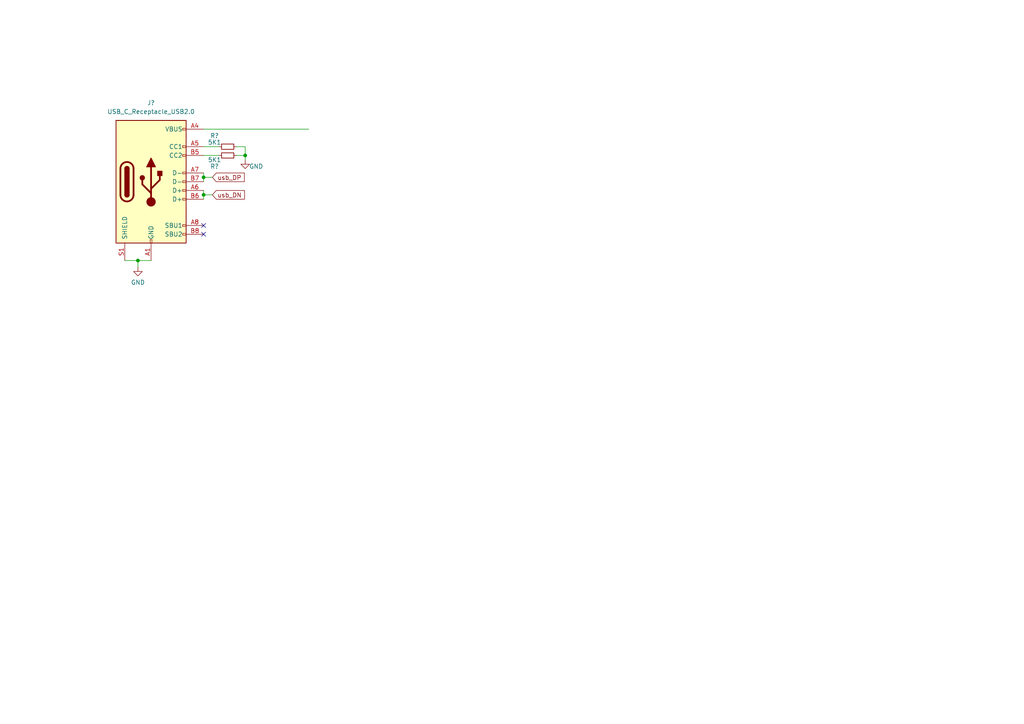
<source format=kicad_sch>
(kicad_sch (version 20211123) (generator eeschema)
  (paper "A4")
  (lib_symbols
    (symbol "Connector:USB_C_Receptacle_USB2.0" (pin_names (offset 1.016))
      (property "Reference" "J" (at -10.16 19.05 0))
      (property "Value" "USB_C_Receptacle_USB2.0" (at 19.05 19.05 0))
      (symbol "USB_C_Receptacle_USB2.0_0_0"
        (rectangle (start -0.254 -17.78) (end 0.254 -16.764))
        (rectangle (start 10.16 -14.986) (end 9.144 -15.494))
        (rectangle (start 10.16 -12.446) (end 9.144 -12.954))
        (rectangle (start 10.16 -4.826) (end 9.144 -5.334))
        (rectangle (start 10.16 -2.286) (end 9.144 -2.794))
        (rectangle (start 10.16 0.254) (end 9.144 -0.254))
        (rectangle (start 10.16 2.794) (end 9.144 2.286))
        (rectangle (start 10.16 7.874) (end 9.144 7.366))
        (rectangle (start 10.16 10.414) (end 9.144 9.906))
        (rectangle (start 10.16 15.494) (end 9.144 14.986))
      )
      (symbol "USB_C_Receptacle_USB2.0_0_1"
        (rectangle (start -10.16 17.78) (end 10.16 -17.78) (stroke (width 0.254)) (fill (type background)))
        (arc (start -8.89 -3.81) (mid -6.985 -5.715) (end -5.08 -3.81) (stroke (width 0.508)))
        (arc (start -7.62 -3.81) (mid -6.985 -4.445) (end -6.35 -3.81) (stroke (width 0.254)))
        (arc (start -7.62 -3.81) (mid -6.985 -4.445) (end -6.35 -3.81) (stroke (width 0.254)) (fill (type outline)))
        (rectangle (start -7.62 -3.81) (end -6.35 3.81) (stroke (width 0.254)) (fill (type outline)))
        (arc (start -6.35 3.81) (mid -6.985 4.445) (end -7.62 3.81) (stroke (width 0.254)))
        (arc (start -6.35 3.81) (mid -6.985 4.445) (end -7.62 3.81) (stroke (width 0.254)) (fill (type outline)))
        (arc (start -5.08 3.81) (mid -6.985 5.715) (end -8.89 3.81) (stroke (width 0.508)))
        (circle (center -2.54 1.143) (radius 0.635) (stroke (width 0.254)) (fill (type outline)))
        (circle (center 0 -5.842) (radius 1.27) (fill (type outline)))
        (polyline (pts (xy -8.89 -3.81) (xy -8.89 3.81)) (stroke (width 0.508)))
        (polyline (pts (xy -5.08 3.81) (xy -5.08 -3.81)) (stroke (width 0.508)))
        (polyline (pts (xy 0 -5.842) (xy 0 4.318)) (stroke (width 0.508)))
        (polyline (pts (xy 0 -3.302) (xy -2.54 -0.762) (xy -2.54 0.508)) (stroke (width 0.508)))
        (polyline (pts (xy 0 -2.032) (xy 2.54 0.508) (xy 2.54 1.778)) (stroke (width 0.508)))
        (polyline (pts (xy -1.27 4.318) (xy 0 6.858) (xy 1.27 4.318) (xy -1.27 4.318)) (stroke (width 0.254)) (fill (type outline)))
        (rectangle (start 1.905 1.778) (end 3.175 3.048) (stroke (width 0.254)) (fill (type outline)))
      )
      (symbol "USB_C_Receptacle_USB2.0_1_1"
        (pin passive line (at 0 -22.86 90) (length 5.08) (name "GND") (number "A1"))
        (pin passive line (at 0 -22.86 90) (length 5.08) hide (name "GND") (number "A12"))
        (pin passive line (at 15.24 15.24 180) (length 5.08) (name "VBUS") (number "A4"))
        (pin bidirectional line (at 15.24 10.16 180) (length 5.08) (name "CC1") (number "A5"))
        (pin bidirectional line (at 15.24 -2.54 180) (length 5.08) (name "D+") (number "A6"))
        (pin bidirectional line (at 15.24 2.54 180) (length 5.08) (name "D-") (number "A7"))
        (pin bidirectional line (at 15.24 -12.7 180) (length 5.08) (name "SBU1") (number "A8"))
        (pin passive line (at 15.24 15.24 180) (length 5.08) hide (name "VBUS") (number "A9"))
        (pin passive line (at 0 -22.86 90) (length 5.08) hide (name "GND") (number "B1"))
        (pin passive line (at 0 -22.86 90) (length 5.08) hide (name "GND") (number "B12"))
        (pin passive line (at 15.24 15.24 180) (length 5.08) hide (name "VBUS") (number "B4"))
        (pin bidirectional line (at 15.24 7.62 180) (length 5.08) (name "CC2") (number "B5"))
        (pin bidirectional line (at 15.24 -5.08 180) (length 5.08) (name "D+") (number "B6"))
        (pin bidirectional line (at 15.24 0 180) (length 5.08) (name "D-") (number "B7"))
        (pin bidirectional line (at 15.24 -15.24 180) (length 5.08) (name "SBU2") (number "B8"))
        (pin passive line (at 15.24 15.24 180) (length 5.08) hide (name "VBUS") (number "B9"))
        (pin passive line (at -7.62 -22.86 90) (length 5.08) (name "SHIELD") (number "S1"))
      )
    )
    (symbol "Device:R_Small" (pin_numbers hide) (pin_names (offset 0.254) hide)
      (property "Reference" "R" (at 0.762 0.508 0))
      (property "Value" "R_Small" (at 0.762 -1.016 0))
      (symbol "R_Small_0_1"
        (rectangle (start -0.762 1.778) (end 0.762 -1.778) (stroke (width 0.2032)))
      )
      (symbol "R_Small_1_1"
        (pin passive line (at 0 2.54 270) (length 0.762) (name "~") (number "1"))
        (pin passive line (at 0 -2.54 90) (length 0.762) (name "~") (number "2"))
      )
    )
    (symbol "power:GND" (power) (pin_names (offset 0))
      (property "Value" "GND" (at 0 -3.81 0))
      (symbol "GND_0_1"
        (polyline (pts (xy 0 0) (xy 0 -1.27) (xy 1.27 -1.27) (xy 0 -2.54) (xy -1.27 -1.27) (xy 0 -1.27)))
      )
      (symbol "GND_1_1"
        (pin power_in line (at 0 0 270) (length 0) hide (name "GND") (number "1"))
      )
    )
  )
  (junction (at 59.055 56.515))
  (junction (at 40.005 75.565))
  (junction (at 59.055 51.435))
  (junction (at 71.12 45.085))
  (no_connect (at 59.055 65.405))
  (no_connect (at 59.055 67.945))
  (wire (pts (xy 40.005 75.565) (xy 40.005 77.47)))
  (wire (pts (xy 59.055 56.515) (xy 61.595 56.515)))
  (wire (pts (xy 59.055 37.465) (xy 89.535 37.465)))
  (wire (pts (xy 59.055 42.545) (xy 63.5 42.545)))
  (wire (pts (xy 71.12 42.545) (xy 68.58 42.545)))
  (wire (pts (xy 71.12 42.545) (xy 71.12 45.085)))
  (wire (pts (xy 59.055 45.085) (xy 63.5 45.085)))
  (wire (pts (xy 59.055 51.435) (xy 61.595 51.435)))
  (wire (pts (xy 36.195 75.565) (xy 40.005 75.565)))
  (wire (pts (xy 68.58 45.085) (xy 71.12 45.085)))
  (wire (pts (xy 71.12 45.085) (xy 71.12 46.355)))
  (wire (pts (xy 59.055 56.515) (xy 59.055 57.785)))
  (wire (pts (xy 59.055 50.165) (xy 59.055 51.435)))
  (wire (pts (xy 40.005 75.565) (xy 43.815 75.565)))
  (wire (pts (xy 59.055 51.435) (xy 59.055 52.705)))
  (wire (pts (xy 59.055 55.245) (xy 59.055 56.515)))
  (global_label "usb_DP" (shape input) (at 61.595 51.435 0) (property "Intersheet References" "${INTERSHEET_REFS}" (effects hide)))
  (global_label "usb_DN" (shape input) (at 61.595 56.515 0) (property "Intersheet References" "${INTERSHEET_REFS}" (effects hide)))
  (symbol (lib_id "power:GND") (at 71.12 46.355 0) (unit 1)
    (property "Reference" "#PWR?" (effects hide))
    (property "Value" "GND" (at 74.295 48.26 0))
  )
  (symbol (lib_id "Connector:USB_C_Receptacle_USB2.0") (at 43.815 52.705 0) (unit 1)
    (property "Reference" "J?" (at 43.815 29.845 0))
    (property "Value" "USB_C_Receptacle_USB2.0" (at 43.815 32.385 0))
    (property "Datasheet" "https://www.usb.org/sites/default/files/documents/usb_type-c.zip" (effects hide))
  )
  (symbol (lib_id "Device:R_Small") (at 66.04 45.085 90) (mirror x) (unit 1)
    (property "Reference" "R?" (at 62.23 48.26 90))
    (property "Value" "5K1" (at 62.23 46.355 90))
  )
  (symbol (lib_id "power:GND") (at 40.005 77.47 0) (unit 1)
    (property "Reference" "#PWR?" (effects hide))
    (property "Value" "GND" (at 40.005 81.915 0))
  )
  (symbol (lib_id "Device:R_Small") (at 66.04 42.545 90) (mirror x) (unit 1)
    (property "Reference" "R?" (at 62.23 39.37 90))
    (property "Value" "5K1" (at 62.23 41.275 90))
  )
)
</source>
